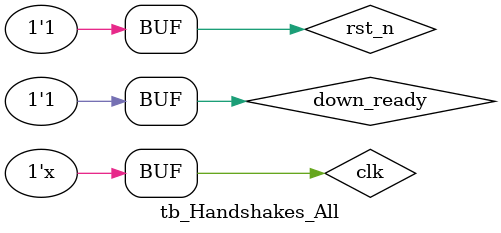
<source format=v>
`timescale 1 ns / 1 ps

module tb_Handshakes_All();
reg clk;
reg rst_n;
reg up_valid;
reg [7:0] up_data;
reg down_ready;
wire down_valid;
wire [7:0]down_data;
wire up_ready;

initial begin
	clk = 1'b0;
	rst_n = 1'b0;
	up_valid = 1'b0;
	up_data = 'd0;
	down_ready = 1'b0;
	#35
	rst_n = 1'b1;
	down_ready = 1'b0;
	#20
	down_ready = 1'b1;
	#20
	down_ready = 1'b0;
	#20
	down_ready = 1'b1;
	#20
	down_ready = 1'b0;
	#20
	down_ready = 1'b1;
	#20
	down_ready = 1'b0;
	#20
	down_ready = 1'b1;
	#20
	down_ready = 1'b0;
	#20
	down_ready = 1'b1;
	#20
	down_ready = 1'b0;
	#20
	down_ready = 1'b1;
	#20
	down_ready = 1'b0;
	#20
	down_ready = 1'b1;
	#20
	down_ready = 1'b0;
	#20
	down_ready = 1'b1;
end

always @(posedge clk)begin
	if(!rst_n)begin
		up_data <= 'd0;
		up_valid <= 1'b1;
	end
	else if(up_ready && up_valid)begin
		up_data <= {$random}%256;
		up_valid <= {$random}%2;
	end
	else if (up_valid == 1'b0)begin
		up_data <= {$random}%256;
		up_valid <= {$random}%2;
	end
end


always #10 clk = ~clk;

	Handshakes_All #(
			.WORD_WIDTH(8)
		) inst_Handshakes_All (
			.clk        (clk),
			.rst_n      (rst_n),
			.up_valid   (up_valid),
			.up_data    (up_data),
			.down_ready (down_ready),
			.down_valid (down_valid),
			.down_data  (down_data),
			.up_ready   (up_ready)
		);


endmodule
</source>
